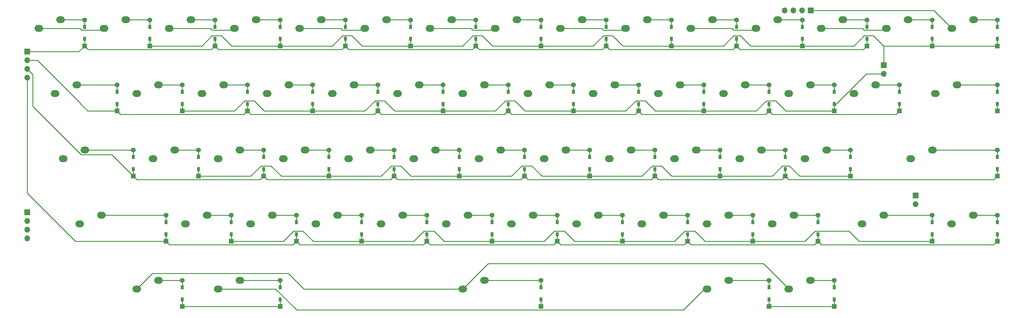
<source format=gbr>
G04 #@! TF.GenerationSoftware,KiCad,Pcbnew,(6.0.11)*
G04 #@! TF.CreationDate,2024-11-25T11:34:00+09:00*
G04 #@! TF.ProjectId,Flame60_PCB_Layer1,466c616d-6536-4305-9f50-43425f4c6179,rev?*
G04 #@! TF.SameCoordinates,Original*
G04 #@! TF.FileFunction,Copper,L1,Top*
G04 #@! TF.FilePolarity,Positive*
%FSLAX46Y46*%
G04 Gerber Fmt 4.6, Leading zero omitted, Abs format (unit mm)*
G04 Created by KiCad (PCBNEW (6.0.11)) date 2024-11-25 11:34:00*
%MOMM*%
%LPD*%
G01*
G04 APERTURE LIST*
G04 #@! TA.AperFunction,ComponentPad*
%ADD10O,2.500000X2.000000*%
G04 #@! TD*
G04 #@! TA.AperFunction,SMDPad,CuDef*
%ADD11R,0.950000X1.300000*%
G04 #@! TD*
G04 #@! TA.AperFunction,ComponentPad*
%ADD12R,1.397000X1.397000*%
G04 #@! TD*
G04 #@! TA.AperFunction,ComponentPad*
%ADD13C,1.397000*%
G04 #@! TD*
G04 #@! TA.AperFunction,ComponentPad*
%ADD14R,1.700000X1.700000*%
G04 #@! TD*
G04 #@! TA.AperFunction,ComponentPad*
%ADD15O,1.700000X1.700000*%
G04 #@! TD*
G04 #@! TA.AperFunction,Conductor*
%ADD16C,0.250000*%
G04 #@! TD*
G04 APERTURE END LIST*
D10*
X341471250Y-128428750D03*
X347821250Y-125888750D03*
X79533750Y-90328750D03*
X85883750Y-87788750D03*
X150971250Y-71278750D03*
X157321250Y-68738750D03*
X81915000Y-109378750D03*
X88265000Y-106838750D03*
X108108750Y-109378750D03*
X114458750Y-106838750D03*
X246221250Y-71278750D03*
X252571250Y-68738750D03*
X329565000Y-109378750D03*
X335915000Y-106838750D03*
X293846250Y-90328750D03*
X300196250Y-87788750D03*
X117633750Y-128428750D03*
X123983750Y-125888750D03*
X127158750Y-109378750D03*
X133508750Y-106838750D03*
X270033750Y-128428750D03*
X276383750Y-125888750D03*
X136683750Y-128428750D03*
X143033750Y-125888750D03*
X231933750Y-128428750D03*
X238283750Y-125888750D03*
X93821250Y-71278750D03*
X100171250Y-68738750D03*
X279558750Y-109378750D03*
X285908750Y-106838750D03*
X74771250Y-71278750D03*
X81121250Y-68738750D03*
X160496250Y-90328750D03*
X166846250Y-87788750D03*
X208121250Y-71278750D03*
X214471250Y-68738750D03*
X217646250Y-90328750D03*
X223996250Y-87788750D03*
X127158750Y-147478750D03*
X133508750Y-144938750D03*
X86677500Y-128428750D03*
X93027500Y-125888750D03*
X284321250Y-71278750D03*
X290671250Y-68738750D03*
X198596250Y-147478750D03*
X204946250Y-144938750D03*
X184308750Y-109378750D03*
X190658750Y-106838750D03*
X322421250Y-71278750D03*
X328771250Y-68738750D03*
X122396250Y-90328750D03*
X128746250Y-87788750D03*
X179546250Y-90328750D03*
X185896250Y-87788750D03*
X165258750Y-109378750D03*
X171608750Y-106838750D03*
X265271250Y-71278750D03*
X271621250Y-68738750D03*
X131921250Y-71278750D03*
X138271250Y-68738750D03*
X222408750Y-109378750D03*
X228758750Y-106838750D03*
X146208750Y-109378750D03*
X152558750Y-106838750D03*
X212883750Y-128428750D03*
X219233750Y-125888750D03*
X112871250Y-71278750D03*
X119221250Y-68738750D03*
X336744500Y-90328750D03*
X343094500Y-87788750D03*
X241458750Y-109378750D03*
X247808750Y-106838750D03*
X170021250Y-71278750D03*
X176371250Y-68738750D03*
X270033750Y-147478750D03*
X276383750Y-144938750D03*
X250983750Y-128428750D03*
X257333750Y-125888750D03*
X189071250Y-71278750D03*
X195421250Y-68738750D03*
X203358750Y-109378750D03*
X209708750Y-106838750D03*
X155733750Y-128428750D03*
X162083750Y-125888750D03*
X193833750Y-128428750D03*
X200183750Y-125888750D03*
X312896250Y-90328750D03*
X319246250Y-87788750D03*
X298608750Y-109378750D03*
X304958750Y-106838750D03*
X303371250Y-71278750D03*
X309721250Y-68738750D03*
X289083750Y-128428750D03*
X295433750Y-125888750D03*
X141446250Y-90328750D03*
X147796250Y-87788750D03*
X174783750Y-128428750D03*
X181133750Y-125888750D03*
X236696250Y-90328750D03*
X243046250Y-87788750D03*
X103346250Y-147478750D03*
X109696250Y-144938750D03*
X198596250Y-90328750D03*
X204946250Y-87788750D03*
X227171250Y-71278750D03*
X233521250Y-68738750D03*
X315277500Y-128428750D03*
X321627500Y-125888750D03*
X274796250Y-90328750D03*
X281146250Y-87788750D03*
X255746250Y-90328750D03*
X262096250Y-87788750D03*
X260508750Y-109378750D03*
X266858750Y-106838750D03*
X103346250Y-90328750D03*
X109696250Y-87788750D03*
X293846250Y-147478750D03*
X300196250Y-144938750D03*
X341566500Y-71278750D03*
X347916500Y-68738750D03*
D11*
X116681250Y-150525000D03*
D12*
X116681250Y-152560000D03*
D11*
X116681250Y-146975000D03*
D13*
X116681250Y-144940000D03*
D12*
X264318750Y-133510000D03*
D11*
X264318750Y-131475000D03*
X264318750Y-127925000D03*
D13*
X264318750Y-125890000D03*
D12*
X202406250Y-76378750D03*
D11*
X202406250Y-74343750D03*
D13*
X202406250Y-68758750D03*
D11*
X202406250Y-70793750D03*
X150018750Y-131475000D03*
D12*
X150018750Y-133510000D03*
D13*
X150018750Y-125890000D03*
D11*
X150018750Y-127925000D03*
X140493750Y-112425000D03*
D12*
X140493750Y-114460000D03*
D11*
X140493750Y-108875000D03*
D13*
X140493750Y-106840000D03*
D11*
X354806250Y-112425000D03*
D12*
X354806250Y-114460000D03*
D11*
X354806250Y-108875000D03*
D13*
X354806250Y-106840000D03*
D11*
X102393750Y-112425000D03*
D12*
X102393750Y-114460000D03*
D13*
X102393750Y-106840000D03*
D11*
X102393750Y-108875000D03*
X126206250Y-74343750D03*
D12*
X126206250Y-76378750D03*
D11*
X126206250Y-70793750D03*
D13*
X126206250Y-68758750D03*
D12*
X216693750Y-114460000D03*
D11*
X216693750Y-112425000D03*
D13*
X216693750Y-106840000D03*
D11*
X216693750Y-108875000D03*
D12*
X121443750Y-114460000D03*
D11*
X121443750Y-112425000D03*
X121443750Y-108875000D03*
D13*
X121443750Y-106840000D03*
D11*
X88106250Y-74343750D03*
D12*
X88106250Y-76378750D03*
D13*
X88106250Y-68758750D03*
D11*
X88106250Y-70793750D03*
D12*
X269081250Y-95410000D03*
D11*
X269081250Y-93375000D03*
D13*
X269081250Y-87790000D03*
D11*
X269081250Y-89825000D03*
D12*
X259556250Y-76378750D03*
D11*
X259556250Y-74343750D03*
X259556250Y-70793750D03*
D13*
X259556250Y-68758750D03*
D14*
X71400000Y-125000000D03*
D15*
X71400000Y-127540000D03*
X71400000Y-130080000D03*
X71400000Y-132620000D03*
D11*
X230981250Y-93375000D03*
D12*
X230981250Y-95410000D03*
D13*
X230981250Y-87790000D03*
D11*
X230981250Y-89825000D03*
D12*
X273843750Y-114460000D03*
D11*
X273843750Y-112425000D03*
D13*
X273843750Y-106840000D03*
D11*
X273843750Y-108875000D03*
X116681250Y-93375000D03*
D12*
X116681250Y-95410000D03*
D11*
X116681250Y-89825000D03*
D13*
X116681250Y-87790000D03*
D12*
X250031250Y-95410000D03*
D11*
X250031250Y-93375000D03*
X250031250Y-89825000D03*
D13*
X250031250Y-87790000D03*
D11*
X354806250Y-74343750D03*
D12*
X354806250Y-76378750D03*
D11*
X354806250Y-70793750D03*
D13*
X354806250Y-68758750D03*
D12*
X154781250Y-95410000D03*
D11*
X154781250Y-93375000D03*
D13*
X154781250Y-87790000D03*
D11*
X154781250Y-89825000D03*
X307181250Y-150525000D03*
D12*
X307181250Y-152560000D03*
D11*
X307181250Y-146975000D03*
D13*
X307181250Y-144940000D03*
D11*
X192881250Y-93375000D03*
D12*
X192881250Y-95410000D03*
D13*
X192881250Y-87790000D03*
D11*
X192881250Y-89825000D03*
D12*
X235743750Y-114460000D03*
D11*
X235743750Y-112425000D03*
D13*
X235743750Y-106840000D03*
D11*
X235743750Y-108875000D03*
D12*
X326231250Y-95410000D03*
D11*
X326231250Y-93375000D03*
D13*
X326231250Y-87790000D03*
D11*
X326231250Y-89825000D03*
D14*
X300355000Y-66043750D03*
D15*
X297815000Y-66043750D03*
X295275000Y-66043750D03*
X292735000Y-66043750D03*
D11*
X188118750Y-131475000D03*
D12*
X188118750Y-133510000D03*
D11*
X188118750Y-127925000D03*
D13*
X188118750Y-125890000D03*
D11*
X197643750Y-112425000D03*
D12*
X197643750Y-114460000D03*
D11*
X197643750Y-108875000D03*
D13*
X197643750Y-106840000D03*
D11*
X130968750Y-131475000D03*
D12*
X130968750Y-133510000D03*
D11*
X130968750Y-127925000D03*
D13*
X130968750Y-125890000D03*
D12*
X278606250Y-76378750D03*
D11*
X278606250Y-74343750D03*
D13*
X278606250Y-68758750D03*
D11*
X278606250Y-70793750D03*
D14*
X71400000Y-78000000D03*
D15*
X71400000Y-80540000D03*
X71400000Y-83080000D03*
X71400000Y-85620000D03*
D11*
X288131250Y-93375000D03*
D12*
X288131250Y-95410000D03*
D13*
X288131250Y-87790000D03*
D11*
X288131250Y-89825000D03*
X254793750Y-112425000D03*
D12*
X254793750Y-114460000D03*
D13*
X254793750Y-106840000D03*
D11*
X254793750Y-108875000D03*
X354806250Y-93375000D03*
D12*
X354806250Y-95410000D03*
D11*
X354806250Y-89825000D03*
D13*
X354806250Y-87790000D03*
D11*
X173831250Y-93375000D03*
D12*
X173831250Y-95410000D03*
D13*
X173831250Y-87790000D03*
D11*
X173831250Y-89825000D03*
X178593750Y-112425000D03*
D12*
X178593750Y-114460000D03*
D11*
X178593750Y-108875000D03*
D13*
X178593750Y-106840000D03*
D12*
X307181250Y-95410000D03*
D11*
X307181250Y-93375000D03*
D13*
X307181250Y-87790000D03*
D11*
X307181250Y-89825000D03*
X335756250Y-74343750D03*
D12*
X335756250Y-76378750D03*
D13*
X335756250Y-68758750D03*
D11*
X335756250Y-70793750D03*
X164306250Y-74343750D03*
D12*
X164306250Y-76378750D03*
D11*
X164306250Y-70793750D03*
D13*
X164306250Y-68758750D03*
D14*
X321700000Y-82000000D03*
D15*
X321700000Y-84540000D03*
D11*
X297906250Y-74343750D03*
D12*
X297906250Y-76378750D03*
D13*
X297906250Y-68758750D03*
D11*
X297906250Y-70793750D03*
D12*
X240506250Y-76378750D03*
D11*
X240506250Y-74343750D03*
X240506250Y-70793750D03*
D13*
X240506250Y-68758750D03*
D12*
X292893750Y-114460000D03*
D11*
X292893750Y-112425000D03*
X292893750Y-108875000D03*
D13*
X292893750Y-106840000D03*
D12*
X97631250Y-95410000D03*
D11*
X97631250Y-93375000D03*
D13*
X97631250Y-87790000D03*
D11*
X97631250Y-89825000D03*
D14*
X330993750Y-120113750D03*
D15*
X330993750Y-122653750D03*
D11*
X335756250Y-131475000D03*
D12*
X335756250Y-133510000D03*
D13*
X335756250Y-125890000D03*
D11*
X335756250Y-127925000D03*
X226218750Y-131475000D03*
D12*
X226218750Y-133510000D03*
D13*
X226218750Y-125890000D03*
D11*
X226218750Y-127925000D03*
D12*
X183356250Y-76378750D03*
D11*
X183356250Y-74343750D03*
X183356250Y-70793750D03*
D13*
X183356250Y-68758750D03*
D11*
X111918750Y-131475000D03*
D12*
X111918750Y-133510000D03*
D11*
X111918750Y-127925000D03*
D13*
X111918750Y-125890000D03*
D11*
X221456250Y-74343750D03*
D12*
X221456250Y-76378750D03*
D11*
X221456250Y-70793750D03*
D13*
X221456250Y-68758750D03*
D12*
X302418750Y-133510000D03*
D11*
X302418750Y-131475000D03*
X302418750Y-127925000D03*
D13*
X302418750Y-125890000D03*
D12*
X107156250Y-76378750D03*
D11*
X107156250Y-74343750D03*
X107156250Y-70793750D03*
D13*
X107156250Y-68758750D03*
D12*
X316706250Y-76378750D03*
D11*
X316706250Y-74343750D03*
D13*
X316706250Y-68758750D03*
D11*
X316706250Y-70793750D03*
X283368750Y-131475000D03*
D12*
X283368750Y-133510000D03*
D11*
X283368750Y-127925000D03*
D13*
X283368750Y-125890000D03*
D11*
X159543750Y-112425000D03*
D12*
X159543750Y-114460000D03*
D13*
X159543750Y-106840000D03*
D11*
X159543750Y-108875000D03*
X145256250Y-150525000D03*
D12*
X145256250Y-152560000D03*
D13*
X145256250Y-144940000D03*
D11*
X145256250Y-146975000D03*
X145256250Y-74343750D03*
D12*
X145256250Y-76378750D03*
D11*
X145256250Y-70793750D03*
D13*
X145256250Y-68758750D03*
D12*
X311943750Y-114460000D03*
D11*
X311943750Y-112425000D03*
D13*
X311943750Y-106840000D03*
D11*
X311943750Y-108875000D03*
D12*
X221456250Y-152560000D03*
D11*
X221456250Y-150525000D03*
D13*
X221456250Y-144940000D03*
D11*
X221456250Y-146975000D03*
D12*
X288131250Y-152560000D03*
D11*
X288131250Y-150525000D03*
X288131250Y-146975000D03*
D13*
X288131250Y-144940000D03*
D12*
X169068750Y-133510000D03*
D11*
X169068750Y-131475000D03*
D13*
X169068750Y-125890000D03*
D11*
X169068750Y-127925000D03*
D12*
X354806250Y-133510000D03*
D11*
X354806250Y-131475000D03*
X354806250Y-127925000D03*
D13*
X354806250Y-125890000D03*
D12*
X245268750Y-133510000D03*
D11*
X245268750Y-131475000D03*
X245268750Y-127925000D03*
D13*
X245268750Y-125890000D03*
D12*
X135731250Y-95410000D03*
D11*
X135731250Y-93375000D03*
X135731250Y-89825000D03*
D13*
X135731250Y-87790000D03*
D11*
X207168750Y-131475000D03*
D12*
X207168750Y-133510000D03*
D13*
X207168750Y-125890000D03*
D11*
X207168750Y-127925000D03*
D12*
X211931250Y-95410000D03*
D11*
X211931250Y-93375000D03*
D13*
X211931250Y-87790000D03*
D11*
X211931250Y-89825000D03*
D16*
X221456250Y-68758750D02*
X221456250Y-70793750D01*
X214471250Y-68738750D02*
X221436250Y-68738750D01*
X221436250Y-68738750D02*
X221456250Y-68758750D01*
X145236250Y-68738750D02*
X145256250Y-68758750D01*
X138271250Y-68738750D02*
X145236250Y-68738750D01*
X145256250Y-68758750D02*
X145256250Y-70793750D01*
X154781250Y-87790000D02*
X154781250Y-89825000D01*
X147796250Y-87788750D02*
X154780000Y-87788750D01*
X154780000Y-87788750D02*
X154781250Y-87790000D01*
X97630000Y-87788750D02*
X97631250Y-87790000D01*
X85883750Y-87788750D02*
X97630000Y-87788750D01*
X97631250Y-87790000D02*
X97631250Y-89825000D01*
X164286250Y-68738750D02*
X164306250Y-68758750D01*
X157321250Y-68738750D02*
X164286250Y-68738750D01*
X164306250Y-68758750D02*
X164306250Y-70793750D01*
X88086250Y-68738750D02*
X88106250Y-68758750D01*
X81121250Y-68738750D02*
X88086250Y-68738750D01*
X88106250Y-68758750D02*
X88106250Y-70793750D01*
X102393750Y-108875000D02*
X102393750Y-106840000D01*
X88265000Y-106838750D02*
X102392500Y-106838750D01*
X102392500Y-106838750D02*
X102393750Y-106840000D01*
X111918750Y-125890000D02*
X111918750Y-127925000D01*
X111917500Y-125888750D02*
X111918750Y-125890000D01*
X93027500Y-125888750D02*
X111917500Y-125888750D01*
X107136250Y-68738750D02*
X107156250Y-68758750D01*
X100171250Y-68738750D02*
X107136250Y-68738750D01*
X107156250Y-68758750D02*
X107156250Y-70793750D01*
X121442500Y-106838750D02*
X121443750Y-106840000D01*
X121443750Y-108875000D02*
X121443750Y-106840000D01*
X114458750Y-106838750D02*
X121442500Y-106838750D01*
X123983750Y-125888750D02*
X130967500Y-125888750D01*
X130968750Y-125890000D02*
X130968750Y-127925000D01*
X130967500Y-125888750D02*
X130968750Y-125890000D01*
X126206250Y-68758750D02*
X126206250Y-70793750D01*
X125888750Y-68738750D02*
X126206250Y-69056250D01*
X119221250Y-68738750D02*
X125888750Y-68738750D01*
X135731250Y-87790000D02*
X135731250Y-89825000D01*
X135413750Y-87788750D02*
X135731250Y-88106250D01*
X135731250Y-88106250D02*
X135731250Y-87790000D01*
X128746250Y-87788750D02*
X135413750Y-87788750D01*
X133508750Y-106838750D02*
X140176250Y-106838750D01*
X140493750Y-108875000D02*
X140493750Y-106840000D01*
X140176250Y-106838750D02*
X140493750Y-107156250D01*
X150017500Y-125888750D02*
X150018750Y-125890000D01*
X150018750Y-125890000D02*
X150018750Y-127925000D01*
X143033750Y-125888750D02*
X150017500Y-125888750D01*
X116681250Y-87790000D02*
X116681250Y-89825000D01*
X116680000Y-87788750D02*
X116681250Y-87790000D01*
X109696250Y-87788750D02*
X116680000Y-87788750D01*
X159542500Y-106838750D02*
X159543750Y-106840000D01*
X152558750Y-106838750D02*
X159542500Y-106838750D01*
X159543750Y-108875000D02*
X159543750Y-106840000D01*
X169067500Y-125888750D02*
X169068750Y-125890000D01*
X162083750Y-125888750D02*
X169067500Y-125888750D01*
X169068750Y-125890000D02*
X169068750Y-127925000D01*
X173831250Y-87790000D02*
X173831250Y-89825000D01*
X173513750Y-87788750D02*
X173831250Y-88106250D01*
X166846250Y-87788750D02*
X173513750Y-87788750D01*
X178592500Y-106838750D02*
X178593750Y-106840000D01*
X178593750Y-106840000D02*
X178593750Y-108875000D01*
X171608750Y-106838750D02*
X178592500Y-106838750D01*
X181133750Y-125888750D02*
X188117500Y-125888750D01*
X188118750Y-125890000D02*
X188118750Y-127925000D01*
X188117500Y-125888750D02*
X188118750Y-125890000D01*
X183356250Y-68758750D02*
X183356250Y-70793750D01*
X176371250Y-68738750D02*
X183336250Y-68738750D01*
X183336250Y-68738750D02*
X183356250Y-68758750D01*
X197643750Y-106840000D02*
X197643750Y-108875000D01*
X197642500Y-106838750D02*
X197643750Y-106840000D01*
X190658750Y-106838750D02*
X197642500Y-106838750D01*
X207168750Y-125890000D02*
X207168750Y-127925000D01*
X200183750Y-125888750D02*
X207167500Y-125888750D01*
X207167500Y-125888750D02*
X207168750Y-125890000D01*
X202406250Y-68758750D02*
X202406250Y-70793750D01*
X195421250Y-68738750D02*
X202386250Y-68738750D01*
X202386250Y-68738750D02*
X202406250Y-68758750D01*
X211930000Y-87788750D02*
X211931250Y-87790000D01*
X211931250Y-87790000D02*
X211931250Y-89825000D01*
X204946250Y-87788750D02*
X211930000Y-87788750D01*
X209708750Y-106838750D02*
X216692500Y-106838750D01*
X216693750Y-108875000D02*
X216693750Y-106840000D01*
X216692500Y-106838750D02*
X216693750Y-106840000D01*
X185896250Y-87788750D02*
X192563750Y-87788750D01*
X192563750Y-87788750D02*
X192881250Y-88106250D01*
X192881250Y-87790000D02*
X192881250Y-89825000D01*
X126206250Y-76378750D02*
X126206250Y-74343750D01*
X278606250Y-76378750D02*
X279629750Y-77402250D01*
X240506250Y-76378750D02*
X240506250Y-74343750D01*
X277582750Y-77402250D02*
X278606250Y-76378750D01*
X164306250Y-76378750D02*
X165329750Y-77402250D01*
X126206250Y-76378750D02*
X127229750Y-77402250D01*
X240506250Y-76378750D02*
X241529750Y-77402250D01*
X202406250Y-76378750D02*
X202406250Y-74343750D01*
X127229750Y-77402250D02*
X163282750Y-77402250D01*
X125182750Y-77402250D02*
X126206250Y-76378750D01*
X315682750Y-77402250D02*
X316706250Y-76378750D01*
X316706250Y-76378750D02*
X316706250Y-74343750D01*
X203429750Y-77402250D02*
X239482750Y-77402250D01*
X239482750Y-77402250D02*
X240506250Y-76378750D01*
X164306250Y-76378750D02*
X164306250Y-74343750D01*
X163282750Y-77402250D02*
X164306250Y-76378750D01*
X88106250Y-76378750D02*
X89129750Y-77402250D01*
X71400000Y-78000000D02*
X86485000Y-78000000D01*
X89129750Y-77402250D02*
X125182750Y-77402250D01*
X241529750Y-77402250D02*
X277582750Y-77402250D01*
X278606250Y-76378750D02*
X278606250Y-74343750D01*
X202406250Y-76378750D02*
X203429750Y-77402250D01*
X86485000Y-78000000D02*
X88106250Y-76378750D01*
X165329750Y-77402250D02*
X201382750Y-77402250D01*
X88106250Y-74343750D02*
X88106250Y-76378750D01*
X201382750Y-77402250D02*
X202406250Y-76378750D01*
X279629750Y-77402250D02*
X315682750Y-77402250D01*
X134707750Y-96433500D02*
X135731250Y-95410000D01*
X173831250Y-95410000D02*
X174854750Y-96433500D01*
X325207750Y-96433500D02*
X326231250Y-95410000D01*
X211931250Y-95410000D02*
X212954750Y-96433500D01*
X172807750Y-96433500D02*
X173831250Y-95410000D01*
X288131250Y-95410000D02*
X288131250Y-93375000D01*
X173831250Y-95410000D02*
X173831250Y-93375000D01*
X135731250Y-95410000D02*
X136754750Y-96433500D01*
X97631250Y-95410000D02*
X98654750Y-96433500D01*
X250031250Y-95410000D02*
X250031250Y-93375000D01*
X249007750Y-96433500D02*
X250031250Y-95410000D01*
X174854750Y-96433500D02*
X210907750Y-96433500D01*
X212954750Y-96433500D02*
X249007750Y-96433500D01*
X135731250Y-95410000D02*
X135731250Y-93375000D01*
X98654750Y-96433500D02*
X134707750Y-96433500D01*
X71400000Y-80540000D02*
X74373759Y-80540000D01*
X87000000Y-93318835D02*
X89091165Y-95410000D01*
X210907750Y-96433500D02*
X211931250Y-95410000D01*
X326231250Y-95410000D02*
X326231250Y-93375000D01*
X251054750Y-96433500D02*
X287107750Y-96433500D01*
X87000000Y-93166241D02*
X87000000Y-93318835D01*
X288131250Y-95410000D02*
X289154750Y-96433500D01*
X250031250Y-95410000D02*
X251054750Y-96433500D01*
X97631250Y-95410000D02*
X97631250Y-93375000D01*
X136754750Y-96433500D02*
X172807750Y-96433500D01*
X211931250Y-95410000D02*
X211931250Y-93375000D01*
X289154750Y-96433500D02*
X325207750Y-96433500D01*
X287107750Y-96433500D02*
X288131250Y-95410000D01*
X74373759Y-80540000D02*
X87000000Y-93166241D01*
X89091165Y-95410000D02*
X97631250Y-95410000D01*
X354806250Y-114460000D02*
X354806250Y-112425000D01*
X140493750Y-114460000D02*
X141517250Y-115483500D01*
X139470250Y-115483500D02*
X140493750Y-114460000D01*
X73000000Y-94000000D02*
X73000000Y-84680000D01*
X293917250Y-115483500D02*
X353782750Y-115483500D01*
X292893750Y-114460000D02*
X292893750Y-112425000D01*
X178593750Y-114460000D02*
X179617250Y-115483500D01*
X291870250Y-115483500D02*
X292893750Y-114460000D01*
X178593750Y-114460000D02*
X178593750Y-112425000D01*
X87163750Y-108163750D02*
X73000000Y-94000000D01*
X140493750Y-114460000D02*
X140493750Y-112425000D01*
X216693750Y-114460000D02*
X217717250Y-115483500D01*
X354842000Y-95410000D02*
X354842000Y-93375000D01*
X253770250Y-115483500D02*
X254793750Y-114460000D01*
X103417250Y-115483500D02*
X139470250Y-115483500D01*
X177570250Y-115483500D02*
X178593750Y-114460000D01*
X141517250Y-115483500D02*
X177570250Y-115483500D01*
X102393750Y-114460000D02*
X103417250Y-115483500D01*
X216693750Y-114460000D02*
X216693750Y-112425000D01*
X215670250Y-115483500D02*
X216693750Y-114460000D01*
X179617250Y-115483500D02*
X215670250Y-115483500D01*
X73000000Y-84680000D02*
X71400000Y-83080000D01*
X254793750Y-114460000D02*
X255817250Y-115483500D01*
X254793750Y-114460000D02*
X254793750Y-112425000D01*
X96097500Y-108163750D02*
X87163750Y-108163750D01*
X353782750Y-115483500D02*
X354806250Y-114460000D01*
X292893750Y-114460000D02*
X293917250Y-115483500D01*
X102393750Y-114460000D02*
X96097500Y-108163750D01*
X255817250Y-115483500D02*
X291870250Y-115483500D01*
X102393750Y-114460000D02*
X102393750Y-112425000D01*
X217717250Y-115483500D02*
X253770250Y-115483500D01*
X188118750Y-133510000D02*
X189142250Y-134533500D01*
X265342250Y-134533500D02*
X301395250Y-134533500D01*
X111918750Y-133510000D02*
X112942250Y-134533500D01*
X187095250Y-134533500D02*
X188118750Y-133510000D01*
X71400000Y-85620000D02*
X71400000Y-119468258D01*
X85441742Y-133510000D02*
X111918750Y-133510000D01*
X148995250Y-134533500D02*
X150018750Y-133510000D01*
X150018750Y-133510000D02*
X150018750Y-131475000D01*
X71400000Y-119468258D02*
X85441742Y-133510000D01*
X303442250Y-134533500D02*
X353782750Y-134533500D01*
X226218750Y-133510000D02*
X227242250Y-134533500D01*
X227242250Y-134533500D02*
X263295250Y-134533500D01*
X354806250Y-133510000D02*
X354806250Y-131475000D01*
X221456250Y-152560000D02*
X221456250Y-150525000D01*
X112942250Y-134533500D02*
X148995250Y-134533500D01*
X189142250Y-134533500D02*
X225195250Y-134533500D01*
X264318750Y-133510000D02*
X264318750Y-131475000D01*
X188118750Y-133510000D02*
X188118750Y-131475000D01*
X302418750Y-133510000D02*
X302418750Y-131475000D01*
X225195250Y-134533500D02*
X226218750Y-133510000D01*
X111918750Y-133510000D02*
X111918750Y-131475000D01*
X263295250Y-134533500D02*
X264318750Y-133510000D01*
X150018750Y-133510000D02*
X151042250Y-134533500D01*
X353782750Y-134533500D02*
X354806250Y-133510000D01*
X151042250Y-134533500D02*
X187095250Y-134533500D01*
X302418750Y-133510000D02*
X303442250Y-134533500D01*
X301395250Y-134533500D02*
X302418750Y-133510000D01*
X264318750Y-133510000D02*
X265342250Y-134533500D01*
X226218750Y-133510000D02*
X226218750Y-131475000D01*
X354806250Y-76378750D02*
X354806250Y-74343750D01*
X128137500Y-73368750D02*
X131147500Y-76378750D01*
X204337500Y-73368750D02*
X207347500Y-76378750D01*
X315906250Y-73368750D02*
X318637500Y-73368750D01*
X221456250Y-76378750D02*
X221456250Y-74343750D01*
X107156250Y-74343750D02*
X107156250Y-76378750D01*
X297906250Y-76378750D02*
X297906250Y-74343750D01*
X239706250Y-73368750D02*
X242437500Y-73368750D01*
X122396250Y-76378750D02*
X125406250Y-73368750D01*
X207347500Y-76378750D02*
X221456250Y-76378750D01*
X335756250Y-76378750D02*
X354806250Y-76378750D01*
X163506250Y-73368750D02*
X166237500Y-73368750D01*
X169247500Y-76378750D02*
X183356250Y-76378750D01*
X236696250Y-76378750D02*
X239706250Y-73368750D01*
X107156250Y-76378750D02*
X122396250Y-76378750D01*
X335756250Y-76378750D02*
X335756250Y-74343750D01*
X321700000Y-82000000D02*
X321700000Y-76431250D01*
X297906250Y-76378750D02*
X312896250Y-76378750D01*
X318637500Y-73368750D02*
X321484375Y-76215625D01*
X183356250Y-76378750D02*
X198596250Y-76378750D01*
X166237500Y-73368750D02*
X169247500Y-76378750D01*
X312896250Y-76378750D02*
X315906250Y-73368750D01*
X321647500Y-76378750D02*
X335756250Y-76378750D01*
X259556250Y-76378750D02*
X259556250Y-74343750D01*
X201606250Y-73368750D02*
X204337500Y-73368750D01*
X160496250Y-76378750D02*
X163506250Y-73368750D01*
X277806250Y-73368750D02*
X279785250Y-73368750D01*
X259556250Y-76378750D02*
X274796250Y-76378750D01*
X183356250Y-76378750D02*
X183356250Y-74343750D01*
X321700000Y-76431250D02*
X321484375Y-76215625D01*
X198596250Y-76378750D02*
X201606250Y-73368750D01*
X245447500Y-76378750D02*
X259556250Y-76378750D01*
X131147500Y-76378750D02*
X145256250Y-76378750D01*
X125406250Y-73368750D02*
X128137500Y-73368750D01*
X274796250Y-76378750D02*
X277806250Y-73368750D01*
X145256250Y-76378750D02*
X160496250Y-76378750D01*
X321484375Y-76215625D02*
X321647500Y-76378750D01*
X282795250Y-76378750D02*
X297906250Y-76378750D01*
X221456250Y-76378750D02*
X236696250Y-76378750D01*
X242437500Y-73368750D02*
X245447500Y-76378750D01*
X145256250Y-76378750D02*
X145256250Y-74343750D01*
X279785250Y-73368750D02*
X282795250Y-76378750D01*
X226218750Y-125890000D02*
X226218750Y-127925000D01*
X226217500Y-125888750D02*
X226218750Y-125890000D01*
X219233750Y-125888750D02*
X226217500Y-125888750D01*
X86816250Y-71278750D02*
X87306250Y-71768750D01*
X93331250Y-71768750D02*
X93821250Y-71278750D01*
X74771250Y-71278750D02*
X86816250Y-71278750D01*
X87306250Y-71768750D02*
X93331250Y-71768750D01*
X125406250Y-71768750D02*
X131431250Y-71768750D01*
X112871250Y-71278750D02*
X124916250Y-71278750D01*
X131431250Y-71768750D02*
X131921250Y-71278750D01*
X124916250Y-71278750D02*
X125406250Y-71768750D01*
X163016250Y-71278750D02*
X163506250Y-71768750D01*
X163506250Y-71768750D02*
X169531250Y-71768750D01*
X169531250Y-71768750D02*
X170021250Y-71278750D01*
X150971250Y-71278750D02*
X163016250Y-71278750D01*
X201116250Y-71278750D02*
X201606250Y-71768750D01*
X207631250Y-71768750D02*
X208121250Y-71278750D01*
X201606250Y-71768750D02*
X207631250Y-71768750D01*
X189071250Y-71278750D02*
X201116250Y-71278750D01*
X245731250Y-71768750D02*
X246221250Y-71278750D01*
X239216250Y-71278750D02*
X239706250Y-71768750D01*
X239706250Y-71768750D02*
X245731250Y-71768750D01*
X227171250Y-71278750D02*
X239216250Y-71278750D01*
X277316250Y-71278750D02*
X277806250Y-71768750D01*
X283831250Y-71768750D02*
X284321250Y-71278750D01*
X265271250Y-71278750D02*
X277316250Y-71278750D01*
X277806250Y-71768750D02*
X283831250Y-71768750D01*
X208121250Y-95410000D02*
X211131250Y-92400000D01*
X316561167Y-84540000D02*
X307181250Y-93919917D01*
X254953750Y-95410000D02*
X269081250Y-95410000D01*
X284321250Y-95410000D02*
X287331250Y-92400000D01*
X116681250Y-95410000D02*
X131921250Y-95410000D01*
X293053750Y-95410000D02*
X307181250Y-95410000D01*
X269081250Y-95410000D02*
X284321250Y-95410000D01*
X170021250Y-95410000D02*
X173031250Y-92400000D01*
X154781250Y-95410000D02*
X170021250Y-95410000D01*
X246221250Y-95410000D02*
X249231250Y-92400000D01*
X175743750Y-92400000D02*
X178753750Y-95410000D01*
X307181250Y-95410000D02*
X307181250Y-93375000D01*
X192881250Y-95410000D02*
X192881250Y-93375000D01*
X249231250Y-92400000D02*
X251943750Y-92400000D01*
X140653750Y-95410000D02*
X154781250Y-95410000D01*
X307181250Y-93919917D02*
X307181250Y-95410000D01*
X269081250Y-93375000D02*
X269081250Y-95410000D01*
X230981250Y-95410000D02*
X230981250Y-93375000D01*
X137643750Y-92400000D02*
X140653750Y-95410000D01*
X154781250Y-95410000D02*
X154781250Y-93375000D01*
X321700000Y-84540000D02*
X316561167Y-84540000D01*
X116681250Y-95410000D02*
X116681250Y-93375000D01*
X131921250Y-95410000D02*
X134931250Y-92400000D01*
X216853750Y-95410000D02*
X230981250Y-95410000D01*
X134931250Y-92400000D02*
X137643750Y-92400000D01*
X211131250Y-92400000D02*
X213843750Y-92400000D01*
X230981250Y-95410000D02*
X246221250Y-95410000D01*
X287331250Y-92400000D02*
X290043750Y-92400000D01*
X192881250Y-95410000D02*
X208121250Y-95410000D01*
X251943750Y-92400000D02*
X254953750Y-95410000D01*
X173031250Y-92400000D02*
X175743750Y-92400000D01*
X178753750Y-95410000D02*
X192881250Y-95410000D01*
X290043750Y-92400000D02*
X293053750Y-95410000D01*
X213843750Y-92400000D02*
X216853750Y-95410000D01*
X235743750Y-114460000D02*
X235743750Y-112425000D01*
X159543750Y-114460000D02*
X159543750Y-112425000D01*
X180506250Y-111450000D02*
X183516250Y-114460000D01*
X212883750Y-114460000D02*
X215893750Y-111450000D01*
X177793750Y-111450000D02*
X180506250Y-111450000D01*
X145256250Y-152560000D02*
X145256250Y-150525000D01*
X289083750Y-114460000D02*
X292093750Y-111450000D01*
X273843750Y-114460000D02*
X289083750Y-114460000D01*
X218796165Y-111450000D02*
X221806165Y-114460000D01*
X116681250Y-152560000D02*
X145256250Y-152560000D01*
X174783750Y-114460000D02*
X177793750Y-111450000D01*
X159543750Y-114460000D02*
X174783750Y-114460000D01*
X221806165Y-114460000D02*
X235743750Y-114460000D01*
X121443750Y-114460000D02*
X136683750Y-114460000D01*
X215893750Y-111450000D02*
X218796165Y-111450000D01*
X250983750Y-114460000D02*
X253993750Y-111450000D01*
X197643750Y-114460000D02*
X212883750Y-114460000D01*
X121443750Y-114460000D02*
X121443750Y-112425000D01*
X259716250Y-114460000D02*
X273843750Y-114460000D01*
X311943750Y-114460000D02*
X311943750Y-112425000D01*
X292093750Y-111450000D02*
X294072750Y-111450000D01*
X145606165Y-114460000D02*
X159543750Y-114460000D01*
X197643750Y-114460000D02*
X197643750Y-112425000D01*
X253993750Y-111450000D02*
X256706250Y-111450000D01*
X294072750Y-111450000D02*
X297082750Y-114460000D01*
X256706250Y-111450000D02*
X259716250Y-114460000D01*
X116681250Y-152560000D02*
X116681250Y-150525000D01*
X183516250Y-114460000D02*
X197643750Y-114460000D01*
X136683750Y-114460000D02*
X139693750Y-111450000D01*
X139693750Y-111450000D02*
X142596165Y-111450000D01*
X273843750Y-114460000D02*
X273843750Y-112425000D01*
X297082750Y-114460000D02*
X311943750Y-114460000D01*
X235743750Y-114460000D02*
X250983750Y-114460000D01*
X142596165Y-111450000D02*
X145606165Y-114460000D01*
X230980000Y-87788750D02*
X230981250Y-87790000D01*
X223996250Y-87788750D02*
X230980000Y-87788750D01*
X230981250Y-89825000D02*
X230981250Y-87790000D01*
X235742500Y-106838750D02*
X235743750Y-106840000D01*
X228758750Y-106838750D02*
X235742500Y-106838750D01*
X235743750Y-108875000D02*
X235743750Y-106840000D01*
X245268750Y-125890000D02*
X245268750Y-127925000D01*
X238283750Y-125888750D02*
X245267500Y-125888750D01*
X245267500Y-125888750D02*
X245268750Y-125890000D01*
X240506250Y-68758750D02*
X240506250Y-70793750D01*
X233521250Y-68738750D02*
X240486250Y-68738750D01*
X240486250Y-68738750D02*
X240506250Y-68758750D01*
X250030000Y-87788750D02*
X250031250Y-87790000D01*
X250031250Y-89825000D02*
X250031250Y-87790000D01*
X243046250Y-87788750D02*
X250030000Y-87788750D01*
X254476250Y-106838750D02*
X254793750Y-107156250D01*
X247808750Y-106838750D02*
X254476250Y-106838750D01*
X254793750Y-108875000D02*
X254793750Y-106840000D01*
X264317500Y-125888750D02*
X264318750Y-125890000D01*
X264318750Y-125890000D02*
X264318750Y-127925000D01*
X257333750Y-125888750D02*
X264317500Y-125888750D01*
X259556250Y-70793750D02*
X259556250Y-69056250D01*
X259536250Y-68738750D02*
X259556250Y-68758750D01*
X252571250Y-68738750D02*
X259536250Y-68738750D01*
X268763750Y-87788750D02*
X269081250Y-88106250D01*
X262096250Y-87788750D02*
X268763750Y-87788750D01*
X269081250Y-89825000D02*
X269081250Y-87790000D01*
X273843750Y-108875000D02*
X273843750Y-106840000D01*
X266858750Y-106838750D02*
X273842500Y-106838750D01*
X273842500Y-106838750D02*
X273843750Y-106840000D01*
X276383750Y-125888750D02*
X283051250Y-125888750D01*
X283051250Y-125888750D02*
X283368750Y-126206250D01*
X283368750Y-125890000D02*
X283368750Y-127925000D01*
X278288750Y-68738750D02*
X278606250Y-69056250D01*
X271621250Y-68738750D02*
X278288750Y-68738750D01*
X278606250Y-70793750D02*
X278606250Y-68758750D01*
X288130000Y-87788750D02*
X288131250Y-87790000D01*
X281146250Y-87788750D02*
X288130000Y-87788750D01*
X288131250Y-89825000D02*
X288131250Y-87790000D01*
X285908750Y-106838750D02*
X292892500Y-106838750D01*
X292892500Y-106838750D02*
X292893750Y-106840000D01*
X292893750Y-108875000D02*
X292893750Y-106840000D01*
X302417500Y-125888750D02*
X302418750Y-125890000D01*
X295433750Y-125888750D02*
X302417500Y-125888750D01*
X302418750Y-125890000D02*
X302418750Y-127925000D01*
X297886250Y-68738750D02*
X297906250Y-68758750D01*
X297906250Y-70793750D02*
X297906250Y-68758750D01*
X290671250Y-68738750D02*
X297886250Y-68738750D01*
X307181250Y-89825000D02*
X307181250Y-87790000D01*
X300196250Y-87788750D02*
X307180000Y-87788750D01*
X307180000Y-87788750D02*
X307181250Y-87790000D01*
X304958750Y-106838750D02*
X311942500Y-106838750D01*
X311942500Y-106838750D02*
X311943750Y-106840000D01*
X311943750Y-108875000D02*
X311943750Y-106840000D01*
X335755000Y-125888750D02*
X335756250Y-125890000D01*
X335756250Y-125890000D02*
X335756250Y-127925000D01*
X321627500Y-125888750D02*
X335755000Y-125888750D01*
X309721250Y-68738750D02*
X316686250Y-68738750D01*
X316706250Y-70793750D02*
X316706250Y-68758750D01*
X316686250Y-68738750D02*
X316706250Y-68758750D01*
X326231250Y-89825000D02*
X326231250Y-87790000D01*
X319246250Y-87788750D02*
X326230000Y-87788750D01*
X326230000Y-87788750D02*
X326231250Y-87790000D01*
X335915000Y-106838750D02*
X354805000Y-106838750D01*
X354805000Y-106838750D02*
X354806250Y-106840000D01*
X354806250Y-106840000D02*
X354806250Y-108875000D01*
X354805000Y-125888750D02*
X354806250Y-125890000D01*
X354806250Y-125890000D02*
X354806250Y-127925000D01*
X347821250Y-125888750D02*
X354805000Y-125888750D01*
X335756250Y-70793750D02*
X335756250Y-68758750D01*
X328771250Y-68738750D02*
X335736250Y-68738750D01*
X335736250Y-68738750D02*
X335756250Y-68758750D01*
X145255000Y-144938750D02*
X145256250Y-144940000D01*
X145256250Y-144940000D02*
X145256250Y-146975000D01*
X133508750Y-144938750D02*
X145255000Y-144938750D01*
X288131250Y-144940000D02*
X288131250Y-146975000D01*
X288130000Y-144938750D02*
X288131250Y-144940000D01*
X276383750Y-144938750D02*
X288130000Y-144938750D01*
X347916500Y-68738750D02*
X354786250Y-68738750D01*
X354806250Y-70793750D02*
X354806250Y-69056250D01*
X354786250Y-68738750D02*
X354806250Y-68758750D01*
X116681250Y-144940000D02*
X116681250Y-146975000D01*
X109696250Y-144938750D02*
X116680000Y-144938750D01*
X116680000Y-144938750D02*
X116681250Y-144940000D01*
X300196250Y-144938750D02*
X307180000Y-144938750D01*
X307181250Y-144940000D02*
X307181250Y-146975000D01*
X307180000Y-144938750D02*
X307181250Y-144940000D01*
X303371250Y-71278750D02*
X315416250Y-71278750D01*
X143985000Y-147478750D02*
X150089750Y-153583500D01*
X150089750Y-153583500D02*
X263135250Y-153583500D01*
X269240000Y-147478750D02*
X270033750Y-147478750D01*
X315416250Y-71278750D02*
X315906250Y-71768750D01*
X315906250Y-71768750D02*
X321931250Y-71768750D01*
X263135250Y-153583500D02*
X269240000Y-147478750D01*
X127158750Y-147478750D02*
X143985000Y-147478750D01*
X321931250Y-71768750D02*
X322421250Y-71278750D01*
X343094500Y-87788750D02*
X354840750Y-87788750D01*
X352590750Y-87788750D02*
X352592000Y-87790000D01*
X354840750Y-87788750D02*
X354842000Y-87790000D01*
X354842000Y-87790000D02*
X354842000Y-89825000D01*
X207168750Y-133510000D02*
X207168750Y-131475000D01*
X245268750Y-133510000D02*
X245268750Y-131475000D01*
X298608750Y-133510000D02*
X301618750Y-130500000D01*
X311475000Y-130500000D02*
X311537500Y-130562500D01*
X283368750Y-133510000D02*
X298608750Y-133510000D01*
X260508750Y-133510000D02*
X263518750Y-130500000D01*
X314485000Y-133510000D02*
X335756250Y-133510000D01*
X130968750Y-133510000D02*
X130968750Y-131475000D01*
X263518750Y-130500000D02*
X266421165Y-130500000D01*
X269431165Y-133510000D02*
X283368750Y-133510000D01*
X225418750Y-130500000D02*
X228321165Y-130500000D01*
X130968750Y-133510000D02*
X146208750Y-133510000D01*
X311537500Y-130562500D02*
X314485000Y-133510000D01*
X207168750Y-133510000D02*
X222408750Y-133510000D01*
X288131250Y-152560000D02*
X307181250Y-152560000D01*
X169068750Y-133510000D02*
X169068750Y-131475000D01*
X301618750Y-130500000D02*
X311475000Y-130500000D01*
X288131250Y-152560000D02*
X288131250Y-150525000D01*
X266421165Y-130500000D02*
X269431165Y-133510000D01*
X222408750Y-133510000D02*
X225418750Y-130500000D01*
X149218750Y-130500000D02*
X151931250Y-130500000D01*
X169068750Y-133510000D02*
X184308750Y-133510000D01*
X154941250Y-133510000D02*
X169068750Y-133510000D01*
X231331165Y-133510000D02*
X245268750Y-133510000D01*
X151931250Y-130500000D02*
X154941250Y-133510000D01*
X307181250Y-152560000D02*
X307181250Y-150525000D01*
X228321165Y-130500000D02*
X231331165Y-133510000D01*
X190221165Y-130500000D02*
X193231165Y-133510000D01*
X187318750Y-130500000D02*
X190221165Y-130500000D01*
X245268750Y-133510000D02*
X260508750Y-133510000D01*
X283368750Y-133510000D02*
X283368750Y-131475000D01*
X184308750Y-133510000D02*
X187318750Y-130500000D01*
X335756250Y-133510000D02*
X335756250Y-131475000D01*
X193231165Y-133510000D02*
X207168750Y-133510000D01*
X146208750Y-133510000D02*
X149218750Y-130500000D01*
X204946250Y-144938750D02*
X221455000Y-144938750D01*
X221455000Y-144938750D02*
X221456250Y-144940000D01*
X221456250Y-144940000D02*
X221456250Y-146975000D01*
X152241250Y-147478750D02*
X198596250Y-147478750D01*
X103346250Y-147478750D02*
X107950000Y-142875000D01*
X300355000Y-66043750D02*
X336331500Y-66043750D01*
X293846250Y-147346250D02*
X286500000Y-140000000D01*
X206075000Y-140000000D02*
X198596250Y-147478750D01*
X286500000Y-140000000D02*
X206075000Y-140000000D01*
X293375000Y-147950000D02*
X293846250Y-147478750D01*
X147637500Y-142875000D02*
X152241250Y-147478750D01*
X107950000Y-142875000D02*
X147637500Y-142875000D01*
X293846250Y-147478750D02*
X293846250Y-147346250D01*
X336331500Y-66043750D02*
X341566500Y-71278750D01*
M02*

</source>
